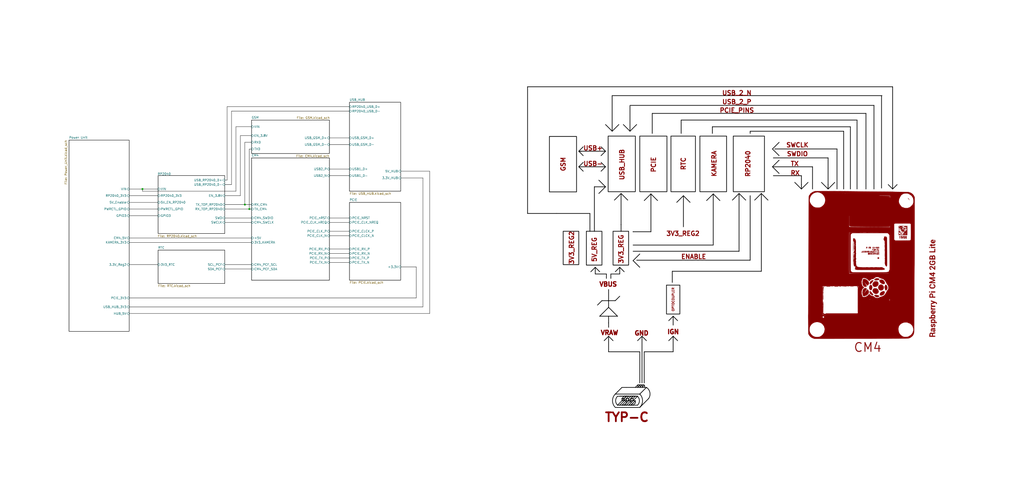
<source format=kicad_sch>
(kicad_sch (version 20231120) (generator "eeschema") (generator_version "8.0")
  (paper "User" 584.2 279.4)
  (title_block (title "CamTracker") (date "2022-09-20") (rev "REV1") (company "SmartEQ Bilisim"))
  (lib_symbols
    (symbol "CM4:LOGO" (pin_names (offset 1.016)))
  )
  (junction (at 142.24 119.38))
  (junction (at 139.7 116.84))
  (junction (at 81.28 107.95))
  (wire (pts (xy 139.7 81.28) (xy 143.51 81.28)) (stroke (width 0.1778) (color 0 0 0 1)))
  (polyline (pts (xy 362.458 228.854) (xy 359.918 231.394)) (stroke (width 0.381) (color 0 0 0 1)))
  (polyline (pts (xy 342.9 92.71) (xy 345.44 95.25)) (stroke (width 0.381) (color 0 0 0 1)))
  (polyline (pts (xy 384.048 192.024) (xy 384.048 200.914)) (stroke (width 0.381) (color 0 0 0 1)))
  (polyline (pts (xy 356.1086 227.5501) (xy 354.8386 227.5501)) (stroke (width 0.381) (color 0 0 0 1)))
  (wire (pts (xy 73.66 123.19) (xy 90.17 123.19)) (stroke (width 0.1778) (color 0 0 0 1)))
  (polyline (pts (xy 472.44 105.41) (xy 472.44 106.68)) (stroke (width 0.381) (color 0 0 0 1)))
  (polyline (pts (xy 363.22 148.59) (xy 427.99 148.59)) (stroke (width 0.381) (color 0 0 0 1)))
  (polyline (pts (xy 352.298 231.394) (xy 357.378 226.314)) (stroke (width 0.381) (color 0 0 0 1)))
  (polyline (pts (xy 353.568 231.394) (xy 363.728 231.394)) (stroke (width 0.381) (color 0 0 0 1)))
  (polyline (pts (xy 356.108 231.394) (xy 357.378 230.124)) (stroke (width 0.381) (color 0 0 0 1)))
  (polyline (pts (xy 434.34 110.49) (xy 438.15 114.3)) (stroke (width 0.381) (color 0 0 0 1)))
  (wire (pts (xy 73.66 119.38) (xy 90.17 119.38)) (stroke (width 0.1778) (color 0 0 0 1)))
  (polyline (pts (xy 403.098 114.554) (xy 406.908 110.744)) (stroke (width 0.381) (color 0 0 0 1)))
  (polyline (pts (xy 342.9 97.79) (xy 345.44 95.25)) (stroke (width 0.381) (color 0 0 0 1)))
  (polyline (pts (xy 356.1086 227.5501) (xy 354.8386 227.5501)) (stroke (width 0.381) (color 0 0 0 1)))
  (polyline (pts (xy 345.44 71.12) (xy 349.25 74.93)) (stroke (width 0.381) (color 0 0 0 1)))
  (polyline (pts (xy 357.378 221.234) (xy 366.268 221.234)) (stroke (width 0.381) (color 0 0 0 1)))
  (polyline (pts (xy 366.268 192.024) (xy 368.808 194.564)) (stroke (width 0.381) (color 0 0 0 1)))
  (polyline (pts (xy 441.198 90.17) (xy 472.44 90.17)) (stroke (width 0.381) (color 0 0 0 1)))
  (polyline (pts (xy 356.108 231.394) (xy 357.378 231.394)) (stroke (width 0.381) (color 0 0 0 1)))
  (polyline (pts (xy 457.2 100.33) (xy 457.2 105.41)) (stroke (width 0.381) (color 0 0 0 1)))
  (polyline (pts (xy 356.1086 228.8201) (xy 356.1086 227.5501)) (stroke (width 0.381) (color 0 0 0 1)))
  (polyline (pts (xy 300.99 121.92) (xy 317.5 121.92)) (stroke (width 0.381) (color 0 0 0 1)))
  (wire (pts (xy 73.66 179.07) (xy 245.11 179.07)) (stroke (width 0.1778) (color 0 0 0 1)))
  (polyline (pts (xy 472.44 90.17) (xy 472.44 105.41)) (stroke (width 0.381) (color 0 0 0 1)))
  (polyline (pts (xy 345.948 156.464) (xy 345.948 159.004)) (stroke (width 0.381) (color 0 0 0 1)))
  (polyline (pts (xy 352.298 231.394) (xy 353.568 231.394)) (stroke (width 0.381) (color 0 0 0 1)))
  (wire (pts (xy 142.24 85.09) (xy 142.24 119.38)) (stroke (width 0.1778) (color 0 0 0 1)))
  (polyline (pts (xy 389.89 111.76) (xy 393.7 115.57)) (stroke (width 0.381) (color 0 0 0 1)))
  (polyline (pts (xy 359.918 230.124) (xy 358.648 231.394)) (stroke (width 0.381) (color 0 0 0 1)))
  (polyline (pts (xy 361.1886 226.2801) (xy 359.9186 227.5501)) (stroke (width 0.381) (color 0 0 0 1)))
  (polyline (pts (xy 363.7286 226.2801) (xy 353.5686 226.2801)) (stroke (width 0.381) (color 0 0 0 1)))
  (polyline (pts (xy 367.538 200.914) (xy 367.538 218.694)) (stroke (width 0.381) (color 0 0 0 1)))
  (polyline (pts (xy 359.918 231.394) (xy 361.188 230.124)) (stroke (width 0.381) (color 0 0 0 1)))
  (polyline (pts (xy 347.218 192.024) (xy 349.758 194.564)) (stroke (width 0.381) (color 0 0 0 1)))
  (polyline (pts (xy 361.188 228.854) (xy 362.458 228.854)) (stroke (width 0.381) (color 0 0 0 1)))
  (polyline (pts (xy 384.048 180.594) (xy 384.048 185.674)) (stroke (width 0.381) (color 0 0 0 1)))
  (polyline (pts (xy 339.598 156.464) (xy 345.948 156.464)) (stroke (width 0.381) (color 0 0 0 1)))
  (polyline (pts (xy 354.838 231.394) (xy 356.108 231.394)) (stroke (width 0.381) (color 0 0 0 1)))
  (polyline (pts (xy 372.11 64.77) (xy 494.03 64.77)) (stroke (width 0.381) (color 0 0 0 1)))
  (polyline (pts (xy 342.138 180.594) (xy 352.298 180.594)) (stroke (width 0.381) (color 0 0 0 1)))
  (wire (pts (xy 73.66 115.57) (xy 90.17 115.57)) (stroke (width 0.1778) (color 0 0 0 1)))
  (polyline (pts (xy 358.648 228.854) (xy 359.918 228.854)) (stroke (width 0.381) (color 0 0 0 1)))
  (polyline (pts (xy 440.69 95.25) (xy 444.5 99.06)) (stroke (width 0.381) (color 0 0 0 1)))
  (polyline (pts (xy 509.27 107.95) (xy 511.81 105.41)) (stroke (width 0.381) (color 0 0 0 1)))
  (polyline (pts (xy 453.39 104.14) (xy 457.2 107.95)) (stroke (width 0.381) (color 0 0 0 1)))
  (polyline (pts (xy 421.64 111.76) (xy 421.64 143.51)) (stroke (width 0.381) (color 0 0 0 1)))
  (wire (pts (xy 128.27 153.67) (xy 143.51 153.67)) (stroke (width 0.1778) (color 0 0 0 1)))
  (polyline (pts (xy 330.2 95.25) (xy 332.74 92.71)) (stroke (width 0.381) (color 0 0 0 1)))
  (polyline (pts (xy 406.4 72.39) (xy 406.4 76.2)) (stroke (width 0.381) (color 0 0 0 1)))
  (polyline (pts (xy 354.838 221.234) (xy 357.378 221.234)) (stroke (width 0.381) (color 0 0 0 1)))
  (wire (pts (xy 228.6 152.4) (xy 237.49 152.4)) (stroke (width 0.1778) (color 0 0 0 1)))
  (polyline (pts (xy 350.52 114.3) (xy 354.33 110.49)) (stroke (width 0.381) (color 0 0 0 1)))
  (polyline (pts (xy 371.348 110.744) (xy 371.348 132.334)) (stroke (width 0.381) (color 0 0 0 1)))
  (wire (pts (xy 187.96 147.32) (xy 199.39 147.32)) (stroke (width 0.1778) (color 0 0 0 1)))
  (polyline (pts (xy 430.53 114.3) (xy 434.34 110.49)) (stroke (width 0.381) (color 0 0 0 1)))
  (polyline (pts (xy 381.508 183.134) (xy 384.048 180.594)) (stroke (width 0.381) (color 0 0 0 1)))
  (polyline (pts (xy 339.598 152.654) (xy 339.598 156.464)) (stroke (width 0.381) (color 0 0 0 1)))
  (polyline (pts (xy 341.63 102.87) (xy 345.44 106.68)) (stroke (width 0.381) (color 0 0 0 1)))
  (wire (pts (xy 139.7 81.28) (xy 139.7 116.84)) (stroke (width 0.1778) (color 0 0 0 1)))
  (polyline (pts (xy 359.41 74.93) (xy 363.22 71.12)) (stroke (width 0.381) (color 0 0 0 1)))
  (polyline (pts (xy 340.868 174.244) (xy 343.408 171.704)) (stroke (width 0.381) (color 0 0 0 1)))
  (wire (pts (xy 134.62 72.39) (xy 143.51 72.39)) (stroke (width 0.1778) (color 0 0 0 1)))
  (wire (pts (xy 187.96 134.62) (xy 199.39 134.62)) (stroke (width 0.1778) (color 0 0 0 1)))
  (wire (pts (xy 73.66 107.95) (xy 81.28 107.95)) (stroke (width 0.1778) (color 0 0 0 1)))
  (wire (pts (xy 187.96 144.78) (xy 199.39 144.78)) (stroke (width 0.1778) (color 0 0 0 1)))
  (polyline (pts (xy 509.27 49.53) (xy 509.27 106.68)) (stroke (width 0.381) (color 0 0 0 1)))
  (wire (pts (xy 137.16 77.47) (xy 137.16 111.76)) (stroke (width 0.1778) (color 0 0 0 1)))
  (polyline (pts (xy 358.6486 227.5501) (xy 357.3786 227.5501)) (stroke (width 0.381) (color 0 0 0 1)))
  (polyline (pts (xy 366.268 221.234) (xy 367.538 219.964)) (stroke (width 0.381) (color 0 0 0 1)))
  (polyline (pts (xy 386.08 115.57) (xy 389.89 111.76)) (stroke (width 0.381) (color 0 0 0 1)))
  (wire (pts (xy 187.96 100.33) (xy 199.39 100.33)) (stroke (width 0.1778) (color 0 0 0 1)))
  (polyline (pts (xy 343.408 171.704) (xy 347.218 171.704)) (stroke (width 0.381) (color 0 0 0 1)))
  (polyline (pts (xy 358.6486 226.2801) (xy 357.3786 226.2801)) (stroke (width 0.381) (color 0 0 0 1)))
  (wire (pts (xy 129.54 60.96) (xy 129.54 102.87)) (stroke (width 0.1778) (color 0 0 0 1)))
  (polyline (pts (xy 300.99 49.53) (xy 509.27 49.53)) (stroke (width 0.381) (color 0 0 0 1)))
  (polyline (pts (xy 384.048 192.024) (xy 386.588 194.564)) (stroke (width 0.381) (color 0 0 0 1)))
  (wire (pts (xy 241.3 101.6) (xy 241.3 175.26)) (stroke (width 0.1778) (color 0 0 0 1)))
  (wire (pts (xy 187.96 127) (xy 199.39 127)) (stroke (width 0.1778) (color 0 0 0 1)))
  (polyline (pts (xy 348.488 156.464) (xy 353.568 156.464)) (stroke (width 0.381) (color 0 0 0 1)))
  (polyline (pts (xy 383.54 154.94) (xy 383.54 161.29)) (stroke (width 0.381) (color 0 0 0 1)))
  (polyline (pts (xy 330.2 86.36) (xy 332.74 88.9)) (stroke (width 0.381) (color 0 0 0 1)))
  (polyline (pts (xy 472.44 107.95) (xy 476.25 104.14)) (stroke (width 0.381) (color 0 0 0 1)))
  (polyline (pts (xy 389.89 112.014) (xy 389.89 129.54)) (stroke (width 0.381) (color 0 0 0 1)))
  (polyline (pts (xy 485.14 72.39) (xy 485.14 107.95)) (stroke (width 0.381) (color 0 0 0 1)))
  (polyline (pts (xy 434.34 110.49) (xy 434.34 154.94)) (stroke (width 0.381) (color 0 0 0 1)))
  (polyline (pts (xy 361.188 148.844) (xy 364.998 152.654)) (stroke (width 0.381) (color 0 0 0 1)))
  (polyline (pts (xy 367.538 114.554) (xy 371.348 110.744)) (stroke (width 0.381) (color 0 0 0 1)))
  (polyline (pts (xy 353.568 152.654) (xy 353.568 156.464)) (stroke (width 0.381) (color 0 0 0 1)))
  (polyline (pts (xy 353.568 152.654) (xy 356.108 155.194)) (stroke (width 0.381) (color 0 0 0 1)))
  (polyline (pts (xy 421.64 110.49) (xy 425.45 114.3)) (stroke (width 0.381) (color 0 0 0 1)))
  (polyline (pts (xy 366.268 192.024) (xy 366.268 218.694)) (stroke (width 0.381) (color 0 0 0 1)))
  (polyline (pts (xy 357.378 228.854) (xy 354.838 231.394)) (stroke (width 0.381) (color 0 0 0 1)))
  (polyline (pts (xy 359.9186 226.2801) (xy 358.6486 227.5501)) (stroke (width 0.381) (color 0 0 0 1)))
  (polyline (pts (xy 317.5 121.92) (xy 336.55 121.92)) (stroke (width 0.381) (color 0 0 0 1)))
  (polyline (pts (xy 330.2 86.36) (xy 332.74 83.82)) (stroke (width 0.381) (color 0 0 0 1)))
  (polyline (pts (xy 352.298 226.314) (xy 363.728 226.314)) (stroke (width 0.381) (color 0 0 0 1)))
  (polyline (pts (xy 361.188 132.334) (xy 371.348 132.334)) (stroke (width 0.381) (color 0 0 0 1)))
  (polyline (pts (xy 509.27 106.68) (xy 509.27 107.95)) (stroke (width 0.381) (color 0 0 0 1)))
  (polyline (pts (xy 457.2 105.41) (xy 457.2 106.68)) (stroke (width 0.381) (color 0 0 0 1)))
  (polyline (pts (xy 339.09 106.68) (xy 345.44 106.68)) (stroke (width 0.381) (color 0 0 0 1)))
  (polyline (pts (xy 468.63 104.14) (xy 472.44 107.95)) (stroke (width 0.381) (color 0 0 0 1)))
  (polyline (pts (xy 440.69 85.09) (xy 444.5 81.28)) (stroke (width 0.381) (color 0 0 0 1)))
  (wire (pts (xy 137.16 77.47) (xy 143.51 77.47)) (stroke (width 0.1778) (color 0 0 0 1)))
  (wire (pts (xy 81.28 107.95) (xy 90.17 107.95)) (stroke (width 0.1778) (color 0 0 0 1)))
  (polyline (pts (xy 349.25 54.61) (xy 349.25 74.93)) (stroke (width 0.381) (color 0 0 0 1)))
  (polyline (pts (xy 339.09 106.68) (xy 339.09 132.08)) (stroke (width 0.381) (color 0 0 0 1)))
  (polyline (pts (xy 347.218 175.514) (xy 352.298 180.594)) (stroke (width 0.381) (color 0 0 0 1)))
  (polyline (pts (xy 342.9 88.9) (xy 345.44 86.36)) (stroke (width 0.381) (color 0 0 0 1)))
  (polyline (pts (xy 361.1886 226.2801) (xy 359.9186 226.2801)) (stroke (width 0.381) (color 0 0 0 1)))
  (polyline (pts (xy 384.048 180.594) (xy 386.588 183.134)) (stroke (width 0.381) (color 0 0 0 1)))
  (wire (pts (xy 128.27 124.46) (xy 143.51 124.46)) (stroke (width 0.1778) (color 0 0 0 1)))
  (polyline (pts (xy 351.028 155.194) (xy 353.568 152.654)) (stroke (width 0.381) (color 0 0 0 1)))
  (polyline (pts (xy 358.6486 228.8201) (xy 358.6486 227.5501)) (stroke (width 0.381) (color 0 0 0 1)))
  (wire (pts (xy 187.96 82.55) (xy 199.39 82.55)) (stroke (width 0.1778) (color 0 0 0 1)))
  (polyline (pts (xy 347.218 200.914) (xy 364.998 200.914)) (stroke (width 0.381) (color 0 0 0 1)))
  (polyline (pts (xy 364.998 200.914) (xy 364.998 218.694)) (stroke (width 0.381) (color 0 0 0 1)))
  (polyline (pts (xy 498.602 60.198) (xy 498.602 107.95)) (stroke (width 0.381) (color 0 0 0 1)))
  (wire (pts (xy 81.28 107.95) (xy 81.28 109.22)) (stroke (width 0.1778) (color 0 0 0 1)))
  (polyline (pts (xy 440.69 95.25) (xy 444.5 91.44)) (stroke (width 0.381) (color 0 0 0 1)))
  (polyline (pts (xy 330.2 86.36) (xy 331.47 86.36)) (stroke (width 0.381) (color 0 0 0 1)))
  (polyline (pts (xy 347.218 180.594) (xy 347.218 184.404)) (stroke (width 0.381) (color 0 0 0 1)))
  (polyline (pts (xy 354.33 128.27) (xy 354.33 132.08)) (stroke (width 0.381) (color 0 0 0 1)))
  (polyline (pts (xy 353.568 231.394) (xy 356.108 228.854)) (stroke (width 0.381) (color 0 0 0 1)))
  (wire (pts (xy 128.27 111.76) (xy 137.16 111.76)) (stroke (width 0.1778) (color 0 0 0 1)))
  (polyline (pts (xy 357.378 228.854) (xy 357.378 230.124)) (stroke (width 0.381) (color 0 0 0 1)))
  (polyline (pts (xy 361.188 228.854) (xy 359.918 230.124)) (stroke (width 0.381) (color 0 0 0 1)))
  (polyline (pts (xy 388.62 68.58) (xy 488.95 68.58)) (stroke (width 0.381) (color 0 0 0 1)))
  (polyline (pts (xy 364.998 225.044) (xy 368.808 221.234)) (stroke (width 0.381) (color 0 0 0 1)))
  (wire (pts (xy 73.66 111.76) (xy 90.17 111.76)) (stroke (width 0.1778) (color 0 0 0 1)))
  (polyline (pts (xy 362.458 228.854) (xy 362.458 230.124)) (stroke (width 0.381) (color 0 0 0 1)))
  (wire (pts (xy 128.27 102.87) (xy 129.54 102.87)) (stroke (width 0.1778) (color 0 0 0 1)))
  (wire (pts (xy 128.27 151.13) (xy 143.51 151.13)) (stroke (width 0.1778) (color 0 0 0 1)))
  (polyline (pts (xy 344.678 194.564) (xy 347.218 192.024)) (stroke (width 0.381) (color 0 0 0 1)))
  (polyline (pts (xy 330.2 95.25) (xy 345.44 95.25)) (stroke (width 0.381) (color 0 0 0 1)))
  (polyline (pts (xy 441.96 85.09) (xy 477.52 85.09)) (stroke (width 0.381) (color 0 0 0 1)))
  (polyline (pts (xy 358.6486 228.8201) (xy 358.6486 227.5501)) (stroke (width 0.381) (color 0 0 0 1)))
  (polyline (pts (xy 361.188 231.394) (xy 362.458 230.124)) (stroke (width 0.381) (color 0 0 0 1)))
  (polyline (pts (xy 472.44 106.68) (xy 472.44 107.95)) (stroke (width 0.381) (color 0 0 0 1)))
  (polyline (pts (xy 362.4586 226.2801) (xy 361.1886 226.2801)) (stroke (width 0.381) (color 0 0 0 1)))
  (wire (pts (xy 73.66 151.13) (xy 90.17 151.13)) (stroke (width 0.1778) (color 0 0 0 1)))
  (polyline (pts (xy 337.058 155.194) (xy 339.598 152.654)) (stroke (width 0.381) (color 0 0 0 1)))
  (polyline (pts (xy 372.11 64.77) (xy 372.11 76.2)) (stroke (width 0.381) (color 0 0 0 1)))
  (polyline (pts (xy 481.33 74.93) (xy 481.33 107.95)) (stroke (width 0.381) (color 0 0 0 1)))
  (polyline (pts (xy 371.348 110.744) (xy 371.348 110.744)) (stroke (width 0.381) (color 0 0 0 1)))
  (wire (pts (xy 132.08 63.5) (xy 132.08 105.41)) (stroke (width 0.1778) (color 0 0 0 1)))
  (polyline (pts (xy 421.64 110.49) (xy 421.64 111.76)) (stroke (width 0.381) (color 0 0 0 1)))
  (polyline (pts (xy 356.108 228.854) (xy 357.378 228.854)) (stroke (width 0.381) (color 0 0 0 1)))
  (wire (pts (xy 81.28 109.22) (xy 134.62 109.22)) (stroke (width 0.1778) (color 0 0 0 1)))
  (polyline (pts (xy 361.188 148.844) (xy 364.998 145.034)) (stroke (width 0.381) (color 0 0 0 1)))
  (polyline (pts (xy 351.028 171.704) (xy 353.568 169.164)) (stroke (width 0.381) (color 0 0 0 1)))
  (polyline (pts (xy 331.47 86.36) (xy 345.44 86.36)) (stroke (width 0.381) (color 0 0 0 1)))
  (polyline (pts (xy 440.69 85.09) (xy 444.5 88.9)) (stroke (width 0.381) (color 0 0 0 1)))
  (polyline (pts (xy 339.598 152.654) (xy 342.138 155.194)) (stroke (width 0.381) (color 0 0 0 1)))
  (polyline (pts (xy 347.218 171.704) (xy 351.028 171.704)) (stroke (width 0.381) (color 0 0 0 1)))
  (polyline (pts (xy 441.198 95.25) (xy 463.55 95.25)) (stroke (width 0.381) (color 0 0 0 1)))
  (polyline (pts (xy 357.378 231.394) (xy 359.918 228.854)) (stroke (width 0.381) (color 0 0 0 1)))
  (polyline (pts (xy 406.4 72.39) (xy 485.14 72.39)) (stroke (width 0.381) (color 0 0 0 1)))
  (wire (pts (xy 187.96 96.52) (xy 199.39 96.52)) (stroke (width 0.1778) (color 0 0 0 1)))
  (polyline (pts (xy 357.3786 226.2801) (xy 356.1086 226.2801)) (stroke (width 0.381) (color 0 0 0 1)))
  (polyline (pts (xy 341.63 110.49) (xy 345.44 106.68)) (stroke (width 0.381) (color 0 0 0 1)))
  (polyline (pts (xy 330.2 95.25) (xy 332.74 97.79)) (stroke (width 0.381) (color 0 0 0 1)))
  (polyline (pts (xy 336.55 121.92) (xy 336.55 132.08)) (stroke (width 0.381) (color 0 0 0 1)))
  (polyline (pts (xy 347.218 192.024) (xy 347.218 200.914)) (stroke (width 0.381) (color 0 0 0 1)))
  (wire (pts (xy 73.66 175.26) (xy 241.3 175.26)) (stroke (width 0.1778) (color 0 0 0 1)))
  (polyline (pts (xy 488.95 68.58) (xy 488.95 107.95)) (stroke (width 0.381) (color 0 0 0 1)))
  (polyline (pts (xy 361.188 143.51) (xy 421.64 143.51)) (stroke (width 0.381) (color 0 0 0 1)))
  (wire (pts (xy 228.6 101.6) (xy 241.3 101.6)) (stroke (width 0.1778) (color 0 0 0 1)))
  (polyline (pts (xy 361.1886 227.5501) (xy 359.9186 227.5501)) (stroke (width 0.381) (color 0 0 0 1)))
  (wire (pts (xy 128.27 116.84) (xy 139.7 116.84)) (stroke (width 0.1778) (color 0 0 0 1)))
  (polyline (pts (xy 427.99 74.93) (xy 481.33 74.93)) (stroke (width 0.381) (color 0 0 0 1)))
  (polyline (pts (xy 359.41 60.452) (xy 359.41 74.93)) (stroke (width 0.381) (color 0 0 0 1)))
  (polyline (pts (xy 356.1086 226.2801) (xy 354.8386 227.5501)) (stroke (width 0.381) (color 0 0 0 1)))
  (polyline (pts (xy 361.1886 228.8201) (xy 359.9186 228.8201)) (stroke (width 0.381) (color 0 0 0 1)))
  (polyline (pts (xy 427.99 111.76) (xy 427.99 148.59)) (stroke (width 0.381) (color 0 0 0 1)))
  (polyline (pts (xy 330.2 86.36) (xy 331.47 86.36)) (stroke (width 0.381) (color 0 0 0 1)))
  (polyline (pts (xy 406.908 110.744) (xy 410.718 114.554)) (stroke (width 0.381) (color 0 0 0 1)))
  (polyline (pts (xy 363.728 221.234) (xy 364.998 219.964)) (stroke (width 0.381) (color 0 0 0 1)))
  (polyline (pts (xy 351.028 225.044) (xy 352.298 223.774)) (stroke (width 0.381) (color 0 0 0 1)))
  (wire (pts (xy 134.62 72.39) (xy 134.62 109.22)) (stroke (width 0.1778) (color 0 0 0 1)))
  (polyline (pts (xy 348.488 156.464) (xy 348.488 159.004)) (stroke (width 0.381) (color 0 0 0 1)))
  (wire (pts (xy 132.08 63.5) (xy 199.39 63.5)) (stroke (width 0.1778) (color 0 0 0 1)))
  (polyline (pts (xy 300.99 49.53) (xy 300.99 121.92)) (stroke (width 0.381) (color 0 0 0 1)))
  (wire (pts (xy 187.96 132.08) (xy 199.39 132.08)) (stroke (width 0.1778) (color 0 0 0 1)))
  (polyline (pts (xy 457.2 107.95) (xy 461.01 104.14)) (stroke (width 0.381) (color 0 0 0 1)))
  (polyline (pts (xy 359.9186 227.5501) (xy 361.1886 227.5501)) (stroke (width 0.381) (color 0 0 0 1)))
  (polyline (pts (xy 441.198 100.33) (xy 457.2 100.33)) (stroke (width 0.381) (color 0 0 0 1)))
  (polyline (pts (xy 358.6486 228.8201) (xy 361.1886 226.2801)) (stroke (width 0.381) (color 0 0 0 1)))
  (wire (pts (xy 237.49 152.4) (xy 237.49 170.18)) (stroke (width 0.1778) (color 0 0 0 1)))
  (polyline (pts (xy 349.25 54.61) (xy 503.174 54.61)) (stroke (width 0.381) (color 0 0 0 1)))
  (polyline (pts (xy 364.998 221.234) (xy 366.268 219.964)) (stroke (width 0.381) (color 0 0 0 1)))
  (polyline (pts (xy 359.918 228.854) (xy 359.918 230.124)) (stroke (width 0.381) (color 0 0 0 1)))
  (polyline (pts (xy 363.728 194.564) (xy 366.268 192.024)) (stroke (width 0.381) (color 0 0 0 1)))
  (polyline (pts (xy 406.908 110.744) (xy 406.908 139.954)) (stroke (width 0.381) (color 0 0 0 1)))
  (polyline (pts (xy 457.2 106.68) (xy 457.2 107.95)) (stroke (width 0.381) (color 0 0 0 1)))
  (polyline (pts (xy 342.9 83.82) (xy 345.44 86.36)) (stroke (width 0.381) (color 0 0 0 1)))
  (polyline (pts (xy 361.1886 227.5501) (xy 362.4586 226.2801)) (stroke (width 0.381) (color 0 0 0 1)))
  (polyline (pts (xy 349.25 74.93) (xy 353.06 71.12)) (stroke (width 0.381) (color 0 0 0 1)))
  (polyline (pts (xy 361.188 132.334) (xy 361.188 132.334)) (stroke (width 0.381) (color 0 0 0 1)))
  (polyline (pts (xy 355.6 71.12) (xy 359.41 74.93)) (stroke (width 0.381) (color 0 0 0 1)))
  (wire (pts (xy 73.66 170.18) (xy 237.49 170.18)) (stroke (width 0.1778) (color 0 0 0 1)))
  (polyline (pts (xy 354.33 110.49) (xy 358.14 114.3)) (stroke (width 0.381) (color 0 0 0 1)))
  (polyline (pts (xy 357.3786 228.8201) (xy 357.3786 227.5501)) (stroke (width 0.381) (color 0 0 0 1)))
  (wire (pts (xy 73.66 138.43) (xy 143.51 138.43)) (stroke (width 0.1778) (color 0 0 0 1)))
  (polyline (pts (xy 357.3786 226.2801) (xy 356.1086 227.5501)) (stroke (width 0.381) (color 0 0 0 1)))
  (polyline (pts (xy 361.1886 227.5501) (xy 361.1886 228.8201)) (stroke (width 0.381) (color 0 0 0 1)))
  (polyline (pts (xy 357.3786 227.5501) (xy 358.6486 226.2801)) (stroke (width 0.381) (color 0 0 0 1)))
  (polyline (pts (xy 427.99 74.93) (xy 427.99 76.2)) (stroke (width 0.381) (color 0 0 0 1)))
  (wire (pts (xy 139.7 116.84) (xy 143.51 116.84)) (stroke (width 0.1778) (color 0 0 0 1)))
  (wire (pts (xy 73.66 135.89) (xy 143.51 135.89)) (stroke (width 0.1778) (color 0 0 0 1)))
  (polyline (pts (xy 356.1086 228.8201) (xy 357.3786 227.5501)) (stroke (width 0.381) (color 0 0 0 1)))
  (wire (pts (xy 187.96 124.46) (xy 199.39 124.46)) (stroke (width 0.1778) (color 0 0 0 1)))
  (wire (pts (xy 187.96 78.74) (xy 199.39 78.74)) (stroke (width 0.1778) (color 0 0 0 1)))
  (polyline (pts (xy 354.838 221.234) (xy 352.298 223.774)) (stroke (width 0.381) (color 0 0 0 1)))
  (polyline (pts (xy 364.998 232.664) (xy 370.078 227.584)) (stroke (width 0.381) (color 0 0 0 1)))
  (polyline (pts (xy 351.028 232.664) (xy 364.998 232.664)) (stroke (width 0.381) (color 0 0 0 1)))
  (wire (pts (xy 187.96 149.86) (xy 199.39 149.86)) (stroke (width 0.1778) (color 0 0 0 1)))
  (polyline (pts (xy 358.648 231.394) (xy 359.918 231.394)) (stroke (width 0.381) (color 0 0 0 1)))
  (wire (pts (xy 128.27 119.38) (xy 142.24 119.38)) (stroke (width 0.1778) (color 0 0 0 1)))
  (polyline (pts (xy 388.62 68.58) (xy 388.62 76.2)) (stroke (width 0.381) (color 0 0 0 1)))
  (polyline (pts (xy 357.3786 228.8201) (xy 358.6486 228.8201)) (stroke (width 0.381) (color 0 0 0 1)))
  (polyline (pts (xy 494.03 64.77) (xy 494.03 107.95)) (stroke (width 0.381) (color 0 0 0 1)))
  (polyline (pts (xy 383.54 154.94) (xy 434.34 154.94)) (stroke (width 0.381) (color 0 0 0 1)))
  (polyline (pts (xy 351.028 225.044) (xy 364.998 225.044)) (stroke (width 0.381) (color 0 0 0 1)))
  (polyline (pts (xy 359.918 231.394) (xy 361.188 231.394)) (stroke (width 0.381) (color 0 0 0 1)))
  (polyline (pts (xy 381.508 194.564) (xy 384.048 192.024)) (stroke (width 0.381) (color 0 0 0 1)))
  (polyline (pts (xy 506.73 105.41) (xy 509.27 107.95)) (stroke (width 0.381) (color 0 0 0 1)))
  (polyline (pts (xy 347.218 171.704) (xy 347.218 175.514)) (stroke (width 0.381) (color 0 0 0 1)))
  (polyline (pts (xy 502.92 54.61) (xy 502.92 107.442)) (stroke (width 0.381) (color 0 0 0 1)))
  (polyline (pts (xy 366.268 221.234) (xy 368.808 221.234)) (stroke (width 0.381) (color 0 0 0 1)))
  (polyline (pts (xy 417.83 114.3) (xy 421.64 110.49)) (stroke (width 0.381) (color 0 0 0 1)))
  (polyline (pts (xy 362.458 221.234) (xy 363.728 219.964)) (stroke (width 0.381) (color 0 0 0 1)))
  (wire (pts (xy 142.24 85.09) (xy 143.51 85.09)) (stroke (width 0.1778) (color 0 0 0 1)))
  (polyline (pts (xy 347.218 165.354) (xy 347.218 171.704)) (stroke (width 0.381) (color 0 0 0 1)))
  (polyline (pts (xy 359.9186 227.5501) (xy 359.9186 228.8201)) (stroke (width 0.381) (color 0 0 0 1)))
  (wire (pts (xy 142.24 119.38) (xy 143.51 119.38)) (stroke (width 0.1778) (color 0 0 0 1)))
  (wire (pts (xy 245.11 97.79) (xy 245.11 179.07)) (stroke (width 0.1778) (color 0 0 0 1)))
  (polyline (pts (xy 347.218 184.404) (xy 347.218 186.944)) (stroke (width 0.381) (color 0 0 0 1)))
  (polyline (pts (xy 354.8386 227.5501) (xy 354.8386 228.8201)) (stroke (width 0.381) (color 0 0 0 1)))
  (wire (pts (xy 128.27 127) (xy 143.51 127)) (stroke (width 0.1778) (color 0 0 0 1)))
  (polyline (pts (xy 371.348 110.744) (xy 375.158 114.554)) (stroke (width 0.381) (color 0 0 0 1)))
  (wire (pts (xy 187.96 142.24) (xy 199.39 142.24)) (stroke (width 0.1778) (color 0 0 0 1)))
  (polyline (pts (xy 367.538 200.914) (xy 384.048 200.914)) (stroke (width 0.381) (color 0 0 0 1)))
  (wire (pts (xy 228.6 97.79) (xy 245.11 97.79)) (stroke (width 0.1778) (color 0 0 0 1)))
  (polyline (pts (xy 354.33 110.744) (xy 354.33 128.27)) (stroke (width 0.381) (color 0 0 0 1)))
  (polyline (pts (xy 361.188 139.954) (xy 406.908 139.954)) (stroke (width 0.381) (color 0 0 0 1)))
  (polyline (pts (xy 356.1086 227.5501) (xy 357.3786 226.2801)) (stroke (width 0.381) (color 0 0 0 1)))
  (polyline (pts (xy 363.7286 226.2801) (xy 361.1886 228.8201)) (stroke (width 0.381) (color 0 0 0 1)))
  (polyline (pts (xy 356.1086 228.8201) (xy 354.8386 228.8201)) (stroke (width 0.381) (color 0 0 0 1)))
  (polyline (pts (xy 358.648 228.854) (xy 356.108 231.394)) (stroke (width 0.381) (color 0 0 0 1)))
  (polyline (pts (xy 359.41 60.198) (xy 498.602 60.198)) (stroke (width 0.381) (color 0 0 0 1)))
  (wire (pts (xy 129.54 60.96) (xy 199.39 60.96)) (stroke (width 0.1778) (color 0 0 0 1)))
  (wire (pts (xy 128.27 105.41) (xy 132.08 105.41)) (stroke (width 0.1778) (color 0 0 0 1)))
  (polyline (pts (xy 477.52 85.09) (xy 477.52 107.95)) (stroke (width 0.381) (color 0 0 0 1)))
  (polyline (pts (xy 347.218 175.514) (xy 342.138 180.594)) (stroke (width 0.381) (color 0 0 0 1)))
  (polyline (pts (xy 463.55 95.25) (xy 463.55 107.95)) (stroke (width 0.381) (color 0 0 0 1)))
  (arc (start 367.538 219.964) (mid 367.801 220.599) (end 367.538 221.234) (stroke (width 0.381) (color 0 0 0 1)))
  (arc (start 364.998 219.964) (mid 365.261 220.599) (end 364.998 221.234) (stroke (width 0.381) (color 0 0 0 1)))
  (rectangle (start 349.758 132.08) (end 358.648 151.384) (stroke (width 0.381) (color 0 0 0 1)))
  (arc (start 366.268 219.964) (mid 366.531 220.599) (end 366.268 221.234) (stroke (width 0.381) (color 0 0 0 1)))
  (arc (start 351.028 232.664) (mid 349.4499 228.854) (end 351.028 225.044) (stroke (width 0.381) (color 0 0 0 1)))
  (arc (start 352.298 231.394) (mid 351.2459 228.854) (end 352.298 226.314) (stroke (width 0.381) (color 0 0 0 1)))
  (rectangle (start 380.238 162.814) (end 387.858 179.324) (stroke (width 0.381) (color 0 0 0 1)))
  (arc (start 366.268 219.964) (mid 366.903 219.701) (end 367.538 219.964) (stroke (width 0.381) (color 0 0 0 1)))
  (arc (start 364.998 219.964) (mid 365.633 219.701) (end 366.268 219.964) (stroke (width 0.381) (color 0 0 0 1)))
  (rectangle (start 321.31 132.08) (end 330.2 151.13) (stroke (width 0.381) (color 0 0 0 1)))
  (rectangle (start 334.518 132.08) (end 343.408 151.384) (stroke (width 0.381) (color 0 0 0 1)))
  (rectangle (start 399.288 77.724) (end 414.528 109.474) (stroke (width 0.381) (color 0 0 0 1)))
  (arc (start 364.998 225.044) (mid 366.5761 228.854) (end 364.998 232.664) (stroke (width 0.381) (color 0 0 0 1)))
  (rectangle (start 364.998 77.724) (end 380.492 109.474) (stroke (width 0.381) (color 0 0 0 1)))
  (rectangle (start 313.436 77.941) (end 328.93 109.5932) (stroke (width 0.381) (color 0 0 0 1)))
  (arc (start 363.728 219.964) (mid 363.991 220.599) (end 363.728 221.234) (stroke (width 0.381) (color 0 0 0 1)))
  (rectangle (start 418.338 77.724) (end 436.118 109.474) (stroke (width 0.381) (color 0 0 0 1)))
  (rectangle (start 382.778 77.724) (end 396.748 109.474) (stroke (width 0.381) (color 0 0 0 1)))
  (arc (start 368.808 221.234) (mid 370.7581 224.146) (end 370.078 227.584) (stroke (width 0.381) (color 0 0 0 1)))
  (arc (start 363.728 219.964) (mid 364.363 219.701) (end 364.998 219.964) (stroke (width 0.381) (color 0 0 0 1)))
  (arc (start 363.728 226.314) (mid 364.7801 228.854) (end 363.728 231.394) (stroke (width 0.381) (color 0 0 0 1)))
  (rectangle (start 346.964 77.724) (end 362.458 109.474) (stroke (width 0.381) (color 0 0 0 1)))
  (text "PCIE" (at 372.872 94.234 90) (effects (font (size 2.54 2.54) (thickness 0.508) (bold yes))))
  (text "PCIE_PINS" (at 420.37 63.246 0) (effects (font (size 2.54 2.54) (thickness 0.508) (bold yes))))
  (text "GND" (at 366.014 190.5 0) (effects (font (size 2.54 2.54) (thickness 1.016) (bold yes))))
  (text "5V_REG" (at 339.09 142.748 90) (effects (font (size 2.54 2.54) (thickness 0.508) (bold yes))))
  (text "SWDIO" (at 454.914 88.138 0) (effects (font (size 2.54 2.54) (thickness 0.508) (bold yes))))
  (text "KAMERA" (at 407.416 93.726 90) (effects (font (size 2.54 2.54) (thickness 0.508) (bold yes))))
  (text "CM4" (at 495.046 198.628 0) (effects (font (size 5.08 5.08) (thickness 0.508) (bold yes))))
  (text "GSM" (at 321.31 93.98 90) (effects (font (size 2.54 2.54) (thickness 0.508) (bold yes))))
  (text "RTC" (at 389.89 93.726 90) (effects (font (size 2.54 2.54) (thickness 0.508) (bold yes))))
  (text "USB-" (at 338.328 93.726 0) (effects (font (size 2.54 2.54) (thickness 0.508) (bold yes))))
  (text "SWCLK" (at 454.914 83.058 0) (effects (font (size 2.54 2.54) (thickness 0.508) (bold yes))))
  (text "VRAW" (at 347.726 190.246 0) (effects (font (size 2.54 2.54) (thickness 1.016) (bold yes))))
  (text "VBUS" (at 346.964 162.56 0) (effects (font (size 2.54 2.54) (thickness 1.016) (bold yes))))
  (text "USB_HUB" (at 354.838 94.234 90) (effects (font (size 2.54 2.54) (thickness 0.508) (bold yes))))
  (text "USB+" (at 338.328 84.836 0) (effects (font (size 2.54 2.54) (thickness 0.508) (bold yes))))
  (text "3V3_REG2\n" (at 326.136 141.732 90) (effects (font (size 2.54 2.54) (thickness 0.508) (bold yes))))
  (text "RX" (at 453.644 99.06 0) (effects (font (size 2.54 2.54) (thickness 0.508) (bold yes))))
  (text "USB_2_N" (at 420.37 53.34 0) (effects (font (size 2.54 2.54) (thickness 0.508) (bold yes))))
  (text "USB_2_P" (at 420.37 58.42 0) (effects (font (size 2.54 2.54) (thickness 0.508) (bold yes))))
  (text "TYP-C" (at 357.632 238.506 0) (effects (font (size 5.08 5.08) (thickness 1.016) (bold yes))))
  (text "IGN" (at 384.048 189.738 0) (effects (font (size 2.54 2.54) (thickness 1.016) (bold yes))))
  (text "ENABLE" (at 395.732 146.812 0) (effects (font (size 2.54 2.54) (thickness 0.508) (bold yes))))
  (text "3V3_REG" (at 354.33 142.494 90) (effects (font (size 2.54 2.54) (thickness 0.508) (bold yes))))
  (text "TX" (at 453.39 93.726 0) (effects (font (size 2.54 2.54) (thickness 0.508) (bold yes))))
  (text "3V3_REG2\n" (at 389.636 133.604 0) (effects (font (size 2.54 2.54) (thickness 0.508) (bold yes))))
  (text "RP2040" (at 426.72 93.726 90) (effects (font (size 2.54 2.54) (thickness 0.508) (bold yes))))
  (text "OPTOCOUPLER\n" (at 384.048 171.196 90) (effects (font (size 1.27 1.27) (thickness 0.254) (bold yes))))
  (symbol (lib_id "CM4:LOGO") (at 491.49 151.13 90) (unit 1)
    (property "Reference" "#G1" (effects (hide yes)))
    (property "Value" "LOGO" (effects (hide yes)))
  )
  (sheet (at 90.17 100.33) (size 38.1 33.02) (stroke (width 0.1524) (color 0 0 0 1))
    (property "Sheetname" "RP2040" (at 89.916 100.076 0) (effects (justify left bottom)))
    (property "Sheetfile" "RP2040.kicad_sch" (at 89.916 134.112 0) (effects (justify left top)))
    (pin "SWD" input (at 128.27 124.46 0))
    (pin "SWCLK" input (at 128.27 127 0))
    (pin "TX_TOP_RP2040" input (at 128.27 116.84 0))
    (pin "RX_TOP_RP2040" input (at 128.27 119.38 0))
    (pin "5V_EN_RP2040" input (at 90.17 115.57 180))
    (pin "VIN" input (at 90.17 107.95 180))
    (pin "RP2040_3V3" input (at 90.17 111.76 180))
    (pin "PWRCTL_GPIO" input (at 90.17 119.38 180))
    (pin "GPIO3" input (at 90.17 123.19 180))
    (pin "USB_RP2040_D-" input (at 128.27 105.41 0))
    (pin "USB_RP2040_D+" input (at 128.27 102.87 0))
    (pin "EN_3.8V" input (at 128.27 111.76 0))
  )
  (sheet (at 90.17 142.875) (size 38.1 19.05) (stroke (width 0.1524) (color 0 0 0 1))
    (property "Sheetname" "RTC" (at 90.17 142.1634 0) (effects (justify left bottom)))
    (property "Sheetfile" "RTC.kicad_sch" (at 90.17 162.5096 0) (effects (justify left top)))
    (pin "SCL_PCF" input (at 128.27 151.13 0))
    (pin "SDA_PCF" input (at 128.27 153.67 0))
    (pin "3V3_RTC" input (at 90.17 151.13 180))
  )
  (sheet (at 199.39 58.42) (size 29.21 50.8) (stroke (width 0.1524) (color 0 0 0 1))
    (property "Sheetname" "USB_HUB" (at 199.39 57.7084 0) (effects (justify left bottom)))
    (property "Sheetfile" "USB_HUB.kicad_sch" (at 199.39 109.8046 0) (effects (justify left top)))
    (pin "3.3V_HUB" input (at 228.6 101.6 0))
    (pin "USB_GSM_D-" input (at 199.39 82.55 180))
    (pin "USB_GSM_D+" input (at 199.39 78.74 180))
    (pin "RP2040_USB_D-" input (at 199.39 63.5 180))
    (pin "RP2040_USB_D+" input (at 199.39 60.96 180))
    (pin "USB1_D-" input (at 199.39 100.33 180))
    (pin "USB1_D+" input (at 199.39 96.52 180))
    (pin "5V_HUB" input (at 228.6 97.79 0))
  )
  (sheet (at 39.37 80.01) (size 34.29 109.22) (stroke (width 0.1524) (color 0 0 0 1))
    (property "Sheetname" "Power Unit" (at 39.37 79.2984 0) (effects (justify left bottom)))
    (property "Sheetfile" "Power_Unit.kicad_sch" (at 36.83 105.41 90) (effects (justify left top)))
    (pin "VIN" input (at 73.66 107.95 0))
    (pin "5V_Enable" input (at 73.66 115.57 0))
    (pin "KAMERA_3V3" input (at 73.66 138.43 0))
    (pin "USB_HUB_3V3" input (at 73.66 175.26 0))
    (pin "PCIE_3V3" input (at 73.66 170.18 0))
    (pin "GPIO3" input (at 73.66 123.19 0))
    (pin "PWRCTL_GPIO" input (at 73.66 119.38 0))
    (pin "CM4_5V" input (at 73.66 135.89 0))
    (pin "HUB_5V" input (at 73.66 179.07 0))
    (pin "RP2040_3V3" input (at 73.66 111.76 0))
    (pin "3.3V_Reg2" input (at 73.66 151.13 0))
  )
  (sheet (at 143.51 90.17) (size 44.45 69.85) (stroke (width 0.1524) (color 0 0 0 1))
    (property "Sheetname" "CM4" (at 143.51 89.4584 0) (effects (justify left bottom)))
    (property "Sheetfile" "CM4.kicad_sch" (at 168.91 88.392 0) (effects (justify left top)))
    (pin "CM4_SWDIO" input (at 143.51 124.46 180))
    (pin "CM4_SWCLK" input (at 143.51 127 180))
    (pin "RX_CM4" input (at 143.51 116.84 180))
    (pin "TX_CM4" input (at 143.51 119.38 180))
    (pin "CM4_PCF_SDA" input (at 143.51 153.67 180))
    (pin "CM4_PCF_SCL" input (at 143.51 151.13 180))
    (pin "+5V" input (at 143.51 135.89 180))
    (pin "3V3_KAMERA" input (at 143.51 138.43 180))
    (pin "USB2_N" input (at 187.96 100.33 0))
    (pin "USB2_P" input (at 187.96 96.52 0))
    (pin "PCIE_nRST" input (at 187.96 124.46 0))
    (pin "PCIE_CLK_N" input (at 187.96 134.62 0))
    (pin "PCIE_RX_N" input (at 187.96 144.78 0))
    (pin "PCIE_TX_P" input (at 187.96 147.32 0))
    (pin "PCIE_TX_N" input (at 187.96 149.86 0))
    (pin "PCIE_RX_P" input (at 187.96 142.24 0))
    (pin "PCIE_CLK_P" input (at 187.96 132.08 0))
    (pin "PCIE_CLK_nREQ" input (at 187.96 127 0))
  )
  (sheet (at 199.39 115.57) (size 29.21 44.45) (stroke (width 0.1524) (color 0 0 0 1))
    (property "Sheetname" "PCIE " (at 199.39 114.8584 0) (effects (justify left bottom)))
    (property "Sheetfile" "PCIE.kicad_sch" (at 199.39 160.6046 0) (effects (justify left top)))
    (pin "PCIE_CLK_NREQ" input (at 199.39 127 180))
    (pin "PCIE_CLCK_P" input (at 199.39 132.08 180))
    (pin "PCIE_CLCK_N" input (at 199.39 134.62 180))
    (pin "PCIE_RX_P" input (at 199.39 142.24 180))
    (pin "PCIE_TX_N" input (at 199.39 149.86 180))
    (pin "PCIE_RX_N" input (at 199.39 144.78 180))
    (pin "PCIE_TX_P" input (at 199.39 147.32 180))
    (pin "+3.3V" input (at 228.6 152.4 0))
    (pin "PCIE_NRST" input (at 199.39 124.46 180))
  )
  (sheet (at 143.51 68.58) (size 44.45 19.05) (stroke (width 0.1524) (color 0 0 0 1))
    (property "Sheetname" "GSM" (at 143.51 67.8684 0) (effects (justify left bottom)))
    (property "Sheetfile" "GSM.kicad_sch" (at 169.164 66.548 0) (effects (justify left top)))
    (pin "VIN" input (at 143.51 72.39 180))
    (pin "RXD" input (at 143.51 81.28 180))
    (pin "TXD" input (at 143.51 85.09 180))
    (pin "USB_GSM_D-" input (at 187.96 82.55 0))
    (pin "EN_3.8V" input (at 143.51 77.47 180))
    (pin "USB_GSM_D+" input (at 187.96 78.74 0))
  )
)
</source>
